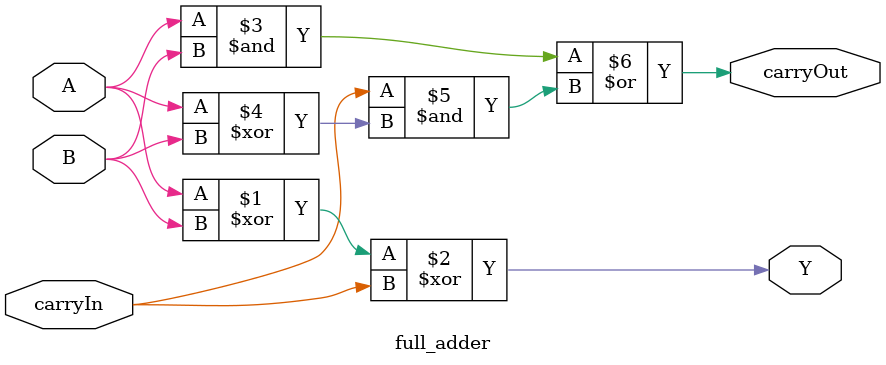
<source format=v>
module full_adder( // Implement module called full_adder
    input A, B, carryIn,
    output Y, carryOut
);

assign Y = A^B^carryIn;
assign carryOut = (A & B) | (carryIn & (A^B));

endmodule

</source>
